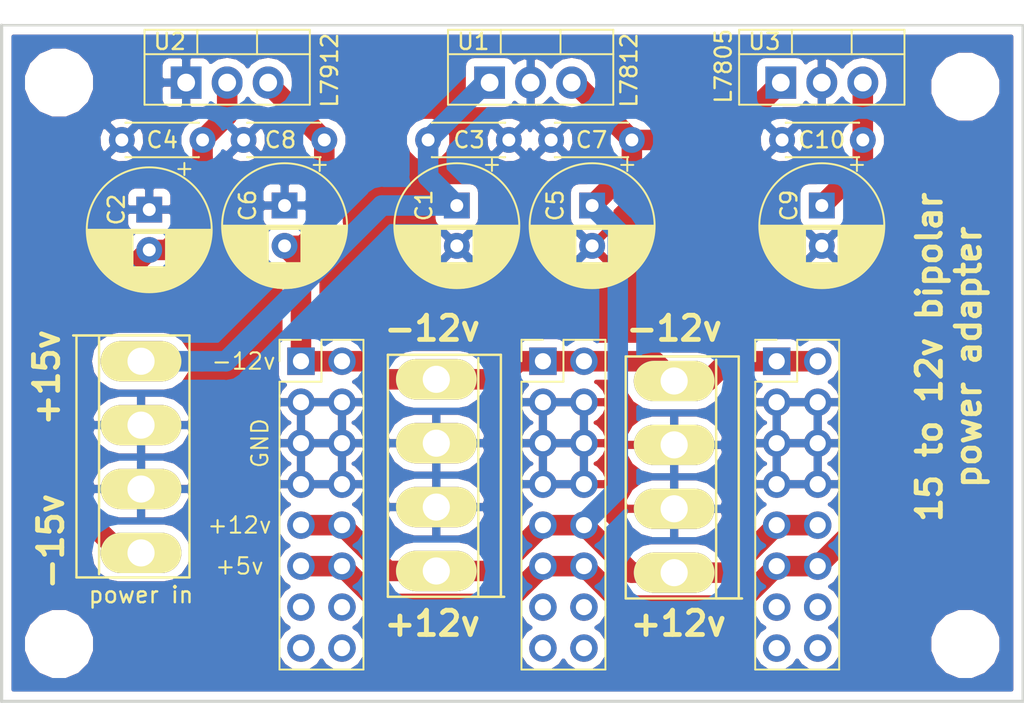
<source format=kicad_pcb>
(kicad_pcb (version 20171130) (host pcbnew 5.0.2-bee76a0~70~ubuntu18.04.1)
  (layers (0 F.Cu signal) (31 B.Cu signal) (34 B.Paste user) (35 F.Paste user) (36 B.SilkS user) (37 F.SilkS user) (38 B.Mask user) (39 F.Mask user) (44 Edge.Cuts user))
  (net 0 "")
  (net 1 +15V)
  (net 2 GND)
  (net 3 -15V)
  (net 4 +12V)
  (net 5 -12V)
  (net 6 +5V)
  (net 7 "Net-(J1-Pad16)")
  (net 8 "Net-(J1-Pad15)")
  (net 9 "Net-(J1-Pad14)")
  (net 10 "Net-(J1-Pad13)")
  (net 11 "Net-(J2-Pad13)")
  (net 12 "Net-(J2-Pad14)")
  (net 13 "Net-(J2-Pad15)")
  (net 14 "Net-(J2-Pad16)")
  (net 15 "Net-(J3-Pad13)")
  (net 16 "Net-(J3-Pad14)")
  (net 17 "Net-(J3-Pad15)")
  (net 18 "Net-(J3-Pad16)")
  (module MountingHole:MountingHole_3.2mm_M3 (layer F.Cu) (at 28.194 119.634)
    (fp_text reference REF** hide)
    (fp_text value MountingHole_3.2mm_M3 hide)
    (pad 1 np_thru_hole circle (at 0 0) (size 3.2 3.2) (drill 3.2) (layers *.Cu *.Mask))
  )
  (module MountingHole:MountingHole_3.2mm_M3 (layer F.Cu) (at 84.328 85.09)
    (fp_text reference REF** hide)
    (fp_text value MountingHole_3.2mm_M3 hide)
    (pad 1 np_thru_hole circle (at 0 0) (size 3.2 3.2) (drill 3.2) (layers *.Cu *.Mask))
  )
  (module MountingHole:MountingHole_3.2mm_M3 (layer F.Cu) (at 84.328 119.634)
    (fp_text reference REF** hide)
    (fp_text value MountingHole_3.2mm_M3 hide)
    (pad 1 np_thru_hole circle (at 0 0) (size 3.2 3.2) (drill 3.2) (layers *.Cu *.Mask))
  )
  (module Capacitor_THT:CP_Radial_D7.5mm_P2.50mm (layer F.Cu) (at 52.832 92.456 270)
    (fp_text reference C1 (at 0 2.032 270) (layer F.SilkS))
    (fp_text value CP hide)
    (pad 1 thru_hole rect (at 0 0 270) (size 1.6 1.6) (drill 0.8) (layers *.Cu *.Mask) (net 1 +15V))
    (pad 2 thru_hole circle (at 2.5 0 270) (size 1.6 1.6) (drill 0.8) (layers *.Cu *.Mask) (net 2 GND))
  )
  (module Capacitor_THT:CP_Radial_D7.5mm_P2.50mm (layer F.Cu) (at 33.782 92.71 270)
    (fp_text reference C2 (at 0 2.032 270) (layer F.SilkS))
    (fp_text value CP hide)
    (pad 2 thru_hole circle (at 2.5 0 270) (size 1.6 1.6) (drill 0.8) (layers *.Cu *.Mask) (net 3 -15V))
    (pad 1 thru_hole rect (at 0 0 270) (size 1.6 1.6) (drill 0.8) (layers *.Cu *.Mask) (net 2 GND))
  )
  (module Capacitor_THT:C_Disc_D4.3mm_W1.9mm_P5.00mm (layer F.Cu) (at 51.054 88.392)
    (fp_text reference C3 (at 2.54 0) (layer F.SilkS))
    (fp_text value C hide)
    (pad 1 thru_hole circle (at 0 0) (size 1.6 1.6) (drill 0.8) (layers *.Cu *.Mask) (net 1 +15V))
    (pad 2 thru_hole circle (at 5 0) (size 1.6 1.6) (drill 0.8) (layers *.Cu *.Mask) (net 2 GND))
  )
  (module Capacitor_THT:C_Disc_D4.3mm_W1.9mm_P5.00mm (layer F.Cu) (at 32.084 88.392)
    (fp_text reference C4 (at 2.5 0) (layer F.SilkS))
    (fp_text value C hide)
    (pad 2 thru_hole circle (at 5 0) (size 1.6 1.6) (drill 0.8) (layers *.Cu *.Mask) (net 3 -15V))
    (pad 1 thru_hole circle (at 0 0) (size 1.6 1.6) (drill 0.8) (layers *.Cu *.Mask) (net 2 GND))
  )
  (module Capacitor_THT:CP_Radial_D7.5mm_P2.50mm (layer F.Cu) (at 61.214 92.456 270)
    (fp_text reference C5 (at 0 2.286 270) (layer F.SilkS))
    (fp_text value CP)
    (pad 1 thru_hole rect (at 0 0 270) (size 1.6 1.6) (drill 0.8) (layers *.Cu *.Mask) (net 4 +12V))
    (pad 2 thru_hole circle (at 2.5 0 270) (size 1.6 1.6) (drill 0.8) (layers *.Cu *.Mask) (net 2 GND))
  )
  (module Capacitor_THT:CP_Radial_D7.5mm_P2.50mm (layer F.Cu) (at 42.164 92.456 270)
    (fp_text reference C6 (at 0 2.286 270) (layer F.SilkS))
    (fp_text value CP)
    (pad 1 thru_hole rect (at 0 0 270) (size 1.6 1.6) (drill 0.8) (layers *.Cu *.Mask) (net 2 GND))
    (pad 2 thru_hole circle (at 2.5 0 270) (size 1.6 1.6) (drill 0.8) (layers *.Cu *.Mask) (net 5 -12V))
  )
  (module Capacitor_THT:C_Disc_D4.3mm_W1.9mm_P5.00mm (layer F.Cu) (at 63.674 88.392 180)
    (fp_text reference C7 (at 2.5 0 180) (layer F.SilkS))
    (fp_text value C)
    (pad 1 thru_hole circle (at 0 0 180) (size 1.6 1.6) (drill 0.8) (layers *.Cu *.Mask) (net 4 +12V))
    (pad 2 thru_hole circle (at 5 0 180) (size 1.6 1.6) (drill 0.8) (layers *.Cu *.Mask) (net 2 GND))
  )
  (module Capacitor_THT:C_Disc_D4.3mm_W1.9mm_P5.00mm (layer F.Cu) (at 39.624 88.392)
    (fp_text reference C8 (at 2.286 0) (layer F.SilkS))
    (fp_text value C hide)
    (pad 2 thru_hole circle (at 5 0) (size 1.6 1.6) (drill 0.8) (layers *.Cu *.Mask) (net 5 -12V))
    (pad 1 thru_hole circle (at 0 0) (size 1.6 1.6) (drill 0.8) (layers *.Cu *.Mask) (net 2 GND))
  )
  (module Capacitor_THT:CP_Radial_D7.5mm_P2.50mm (layer F.Cu) (at 75.438 92.456 270)
    (fp_text reference C9 (at 0 2.032 270) (layer F.SilkS))
    (fp_text value CP)
    (pad 2 thru_hole circle (at 2.5 0 270) (size 1.6 1.6) (drill 0.8) (layers *.Cu *.Mask) (net 2 GND))
    (pad 1 thru_hole rect (at 0 0 270) (size 1.6 1.6) (drill 0.8) (layers *.Cu *.Mask) (net 6 +5V))
  )
  (module Capacitor_THT:C_Disc_D4.3mm_W1.9mm_P5.00mm (layer F.Cu) (at 77.978 88.392 180)
    (fp_text reference C10 (at 2.54 0 180) (layer F.SilkS))
    (fp_text value C)
    (pad 1 thru_hole circle (at 0 0 180) (size 1.6 1.6) (drill 0.8) (layers *.Cu *.Mask) (net 6 +5V))
    (pad 2 thru_hole circle (at 5 0 180) (size 1.6 1.6) (drill 0.8) (layers *.Cu *.Mask) (net 2 GND))
  )
  (module Connector_PinHeader_2.54mm:PinHeader_2x08_P2.54mm_Vertical (layer F.Cu) (at 43.18 102.108)
    (fp_text reference J1 hide)
    (fp_text value Conn_02x08_Odd_Even hide)
    (pad 16 thru_hole oval (at 2.54 17.78) (size 1.7 1.7) (drill 1) (layers *.Cu *.Mask) (net 7 "Net-(J1-Pad16)"))
    (pad 15 thru_hole oval (at 0 17.78) (size 1.7 1.7) (drill 1) (layers *.Cu *.Mask) (net 8 "Net-(J1-Pad15)"))
    (pad 14 thru_hole oval (at 2.54 15.24) (size 1.7 1.7) (drill 1) (layers *.Cu *.Mask) (net 9 "Net-(J1-Pad14)"))
    (pad 13 thru_hole oval (at 0 15.24) (size 1.7 1.7) (drill 1) (layers *.Cu *.Mask) (net 10 "Net-(J1-Pad13)"))
    (pad 12 thru_hole oval (at 2.54 12.7) (size 1.7 1.7) (drill 1) (layers *.Cu *.Mask) (net 6 +5V))
    (pad 11 thru_hole oval (at 0 12.7) (size 1.7 1.7) (drill 1) (layers *.Cu *.Mask) (net 6 +5V))
    (pad 10 thru_hole oval (at 2.54 10.16) (size 1.7 1.7) (drill 1) (layers *.Cu *.Mask) (net 4 +12V))
    (pad 9 thru_hole oval (at 0 10.16) (size 1.7 1.7) (drill 1) (layers *.Cu *.Mask) (net 4 +12V))
    (pad 8 thru_hole oval (at 2.54 7.62) (size 1.7 1.7) (drill 1) (layers *.Cu *.Mask) (net 2 GND))
    (pad 7 thru_hole oval (at 0 7.62) (size 1.7 1.7) (drill 1) (layers *.Cu *.Mask) (net 2 GND))
    (pad 6 thru_hole oval (at 2.54 5.08) (size 1.7 1.7) (drill 1) (layers *.Cu *.Mask) (net 2 GND))
    (pad 5 thru_hole oval (at 0 5.08) (size 1.7 1.7) (drill 1) (layers *.Cu *.Mask) (net 2 GND))
    (pad 4 thru_hole oval (at 2.54 2.54) (size 1.7 1.7) (drill 1) (layers *.Cu *.Mask) (net 2 GND))
    (pad 3 thru_hole oval (at 0 2.54) (size 1.7 1.7) (drill 1) (layers *.Cu *.Mask) (net 2 GND))
    (pad 2 thru_hole oval (at 2.54 0) (size 1.7 1.7) (drill 1) (layers *.Cu *.Mask) (net 5 -12V))
    (pad 1 thru_hole rect (at 0 0) (size 1.7 1.7) (drill 1) (layers *.Cu *.Mask) (net 5 -12V))
  )
  (module Connector_PinHeader_2.54mm:PinHeader_2x08_P2.54mm_Vertical (layer F.Cu) (at 58.166 102.108)
    (fp_text reference J2 hide)
    (fp_text value Conn_02x08_Odd_Even hide)
    (pad 1 thru_hole rect (at 0 0) (size 1.7 1.7) (drill 1) (layers *.Cu *.Mask) (net 5 -12V))
    (pad 2 thru_hole oval (at 2.54 0) (size 1.7 1.7) (drill 1) (layers *.Cu *.Mask) (net 5 -12V))
    (pad 3 thru_hole oval (at 0 2.54) (size 1.7 1.7) (drill 1) (layers *.Cu *.Mask) (net 2 GND))
    (pad 4 thru_hole oval (at 2.54 2.54) (size 1.7 1.7) (drill 1) (layers *.Cu *.Mask) (net 2 GND))
    (pad 5 thru_hole oval (at 0 5.08) (size 1.7 1.7) (drill 1) (layers *.Cu *.Mask) (net 2 GND))
    (pad 6 thru_hole oval (at 2.54 5.08) (size 1.7 1.7) (drill 1) (layers *.Cu *.Mask) (net 2 GND))
    (pad 7 thru_hole oval (at 0 7.62) (size 1.7 1.7) (drill 1) (layers *.Cu *.Mask) (net 2 GND))
    (pad 8 thru_hole oval (at 2.54 7.62) (size 1.7 1.7) (drill 1) (layers *.Cu *.Mask) (net 2 GND))
    (pad 9 thru_hole oval (at 0 10.16) (size 1.7 1.7) (drill 1) (layers *.Cu *.Mask) (net 4 +12V))
    (pad 10 thru_hole oval (at 2.54 10.16) (size 1.7 1.7) (drill 1) (layers *.Cu *.Mask) (net 4 +12V))
    (pad 11 thru_hole oval (at 0 12.7) (size 1.7 1.7) (drill 1) (layers *.Cu *.Mask) (net 6 +5V))
    (pad 12 thru_hole oval (at 2.54 12.7) (size 1.7 1.7) (drill 1) (layers *.Cu *.Mask) (net 6 +5V))
    (pad 13 thru_hole oval (at 0 15.24) (size 1.7 1.7) (drill 1) (layers *.Cu *.Mask) (net 11 "Net-(J2-Pad13)"))
    (pad 14 thru_hole oval (at 2.54 15.24) (size 1.7 1.7) (drill 1) (layers *.Cu *.Mask) (net 12 "Net-(J2-Pad14)"))
    (pad 15 thru_hole oval (at 0 17.78) (size 1.7 1.7) (drill 1) (layers *.Cu *.Mask) (net 13 "Net-(J2-Pad15)"))
    (pad 16 thru_hole oval (at 2.54 17.78) (size 1.7 1.7) (drill 1) (layers *.Cu *.Mask) (net 14 "Net-(J2-Pad16)"))
  )
  (module Connector_PinHeader_2.54mm:PinHeader_2x08_P2.54mm_Vertical (layer F.Cu) (at 72.644 102.108)
    (fp_text reference J3 hide)
    (fp_text value Conn_02x08_Odd_Even hide)
    (pad 16 thru_hole oval (at 2.54 17.78) (size 1.7 1.7) (drill 1) (layers *.Cu *.Mask) (net 18 "Net-(J3-Pad16)"))
    (pad 15 thru_hole oval (at 0 17.78) (size 1.7 1.7) (drill 1) (layers *.Cu *.Mask) (net 17 "Net-(J3-Pad15)"))
    (pad 14 thru_hole oval (at 2.54 15.24) (size 1.7 1.7) (drill 1) (layers *.Cu *.Mask) (net 16 "Net-(J3-Pad14)"))
    (pad 13 thru_hole oval (at 0 15.24) (size 1.7 1.7) (drill 1) (layers *.Cu *.Mask) (net 15 "Net-(J3-Pad13)"))
    (pad 12 thru_hole oval (at 2.54 12.7) (size 1.7 1.7) (drill 1) (layers *.Cu *.Mask) (net 6 +5V))
    (pad 11 thru_hole oval (at 0 12.7) (size 1.7 1.7) (drill 1) (layers *.Cu *.Mask) (net 6 +5V))
    (pad 10 thru_hole oval (at 2.54 10.16) (size 1.7 1.7) (drill 1) (layers *.Cu *.Mask) (net 4 +12V))
    (pad 9 thru_hole oval (at 0 10.16) (size 1.7 1.7) (drill 1) (layers *.Cu *.Mask) (net 4 +12V))
    (pad 8 thru_hole oval (at 2.54 7.62) (size 1.7 1.7) (drill 1) (layers *.Cu *.Mask) (net 2 GND))
    (pad 7 thru_hole oval (at 0 7.62) (size 1.7 1.7) (drill 1) (layers *.Cu *.Mask) (net 2 GND))
    (pad 6 thru_hole oval (at 2.54 5.08) (size 1.7 1.7) (drill 1) (layers *.Cu *.Mask) (net 2 GND))
    (pad 5 thru_hole oval (at 0 5.08) (size 1.7 1.7) (drill 1) (layers *.Cu *.Mask) (net 2 GND))
    (pad 4 thru_hole oval (at 2.54 2.54) (size 1.7 1.7) (drill 1) (layers *.Cu *.Mask) (net 2 GND))
    (pad 3 thru_hole oval (at 0 2.54) (size 1.7 1.7) (drill 1) (layers *.Cu *.Mask) (net 2 GND))
    (pad 2 thru_hole oval (at 2.54 0) (size 1.7 1.7) (drill 1) (layers *.Cu *.Mask) (net 5 -12V))
    (pad 1 thru_hole rect (at 0 0) (size 1.7 1.7) (drill 1) (layers *.Cu *.Mask) (net 5 -12V))
  )
  (module mta-156:MTA-156-4 (layer F.Cu) (at 33.274 102.108)
    (fp_text reference P1 (at 0 -5.1) (layer F.SilkS))
    (fp_text value "power in" (at 0 14.478) (layer F.SilkS))
    (pad 1 thru_hole oval (at 0 0) (size 5 2.5) (drill 1.68) (layers *.Cu *.Mask F.SilkS) (net 1 +15V))
    (pad 2 thru_hole oval (at 0 3.96) (size 5 2.5) (drill 1.68) (layers *.Cu *.Mask F.SilkS) (net 2 GND))
    (pad 3 thru_hole oval (at 0 7.92) (size 5 2.5) (drill 1.68) (layers *.Cu *.Mask F.SilkS) (net 2 GND))
    (pad 4 thru_hole oval (at 0 11.88) (size 5 2.5) (drill 1.68) (layers *.Cu *.Mask F.SilkS) (net 3 -15V))
  )
  (module mta-156:MTA-156-4 (layer F.Cu) (at 66.294 115.212 180)
    (fp_text reference P2 hide)
    (fp_text value 12 hide)
    (pad 4 thru_hole oval (at 0 11.88 180) (size 5 2.5) (drill 1.68) (layers *.Cu *.Mask F.SilkS) (net 5 -12V))
    (pad 3 thru_hole oval (at 0 7.92 180) (size 5 2.5) (drill 1.68) (layers *.Cu *.Mask F.SilkS) (net 2 GND))
    (pad 2 thru_hole oval (at 0 3.96 180) (size 5 2.5) (drill 1.68) (layers *.Cu *.Mask F.SilkS) (net 2 GND))
    (pad 1 thru_hole oval (at 0 0 180) (size 5 2.5) (drill 1.68) (layers *.Cu *.Mask F.SilkS) (net 4 +12V))
  )
  (module mta-156:MTA-156-4 (layer F.Cu) (at 51.562 115.108 180)
    (fp_text reference P3 hide)
    (fp_text value 12 hide)
    (pad 1 thru_hole oval (at 0 0 180) (size 5 2.5) (drill 1.68) (layers *.Cu *.Mask F.SilkS) (net 4 +12V))
    (pad 2 thru_hole oval (at 0 3.96 180) (size 5 2.5) (drill 1.68) (layers *.Cu *.Mask F.SilkS) (net 2 GND))
    (pad 3 thru_hole oval (at 0 7.92 180) (size 5 2.5) (drill 1.68) (layers *.Cu *.Mask F.SilkS) (net 2 GND))
    (pad 4 thru_hole oval (at 0 11.88 180) (size 5 2.5) (drill 1.68) (layers *.Cu *.Mask F.SilkS) (net 5 -12V))
  )
  (module Package_TO_SOT_THT:TO-220-3_Vertical (layer F.Cu) (at 54.864 84.836)
    (fp_text reference U1 (at -1.016 -2.54) (layer F.SilkS))
    (fp_text value L7812 (at 8.636 -0.762 90) (layer F.SilkS))
    (pad 1 thru_hole rect (at 0 0) (size 1.905 2) (drill 1.1) (layers *.Cu *.Mask) (net 1 +15V))
    (pad 2 thru_hole oval (at 2.54 0) (size 1.905 2) (drill 1.1) (layers *.Cu *.Mask) (net 2 GND))
    (pad 3 thru_hole oval (at 5.08 0) (size 1.905 2) (drill 1.1) (layers *.Cu *.Mask) (net 4 +12V))
  )
  (module Package_TO_SOT_THT:TO-220-3_Vertical (layer F.Cu) (at 36.068 84.836)
    (fp_text reference U2 (at -1.016 -2.54) (layer F.SilkS))
    (fp_text value L7912 (at 8.89 -0.762 90) (layer F.SilkS))
    (pad 3 thru_hole oval (at 5.08 0) (size 1.905 2) (drill 1.1) (layers *.Cu *.Mask) (net 5 -12V))
    (pad 2 thru_hole oval (at 2.54 0) (size 1.905 2) (drill 1.1) (layers *.Cu *.Mask) (net 3 -15V))
    (pad 1 thru_hole rect (at 0 0) (size 1.905 2) (drill 1.1) (layers *.Cu *.Mask) (net 2 GND))
  )
  (module Package_TO_SOT_THT:TO-220-3_Vertical (layer F.Cu) (at 72.898 84.836)
    (fp_text reference U3 (at -1.016 -2.54) (layer F.SilkS))
    (fp_text value L7805 (at -3.556 -1.016 90) (layer F.SilkS))
    (pad 1 thru_hole rect (at 0 0) (size 1.905 2) (drill 1.1) (layers *.Cu *.Mask) (net 4 +12V))
    (pad 2 thru_hole oval (at 2.54 0) (size 1.905 2) (drill 1.1) (layers *.Cu *.Mask) (net 2 GND))
    (pad 3 thru_hole oval (at 5.08 0) (size 1.905 2) (drill 1.1) (layers *.Cu *.Mask) (net 6 +5V))
  )
  (module MountingHole:MountingHole_3.2mm_M3 (layer F.Cu) (at 28.194 84.836)
    (fp_text reference REF** hide)
    (fp_text value MountingHole_3.2mm_M3 hide)
    (pad 1 np_thru_hole circle (at 0 0) (size 3.2 3.2) (drill 3.2) (layers *.Cu *.Mask))
  )
  (gr_text "15 to 12v bipolar\npower adapter" (at 83.312 101.854 90) (layer F.SilkS) (effects (font (size 1.5 1.5) (thickness 0.3))))
  (gr_text -15v (at 27.686 113.284 90) (layer F.SilkS) (effects (font (size 1.5 1.5) (thickness 0.3))))
  (gr_text +15v (at 27.432 103.124 90) (layer F.SilkS) (effects (font (size 1.5 1.5) (thickness 0.3))))
  (gr_text GND (at 40.64 107.188 90) (layer F.SilkS) (effects (font (size 1.016 1.016) (thickness 0.127))))
  (gr_text +5v (at 39.37 114.808) (layer F.SilkS) (effects (font (size 1.016 1.016) (thickness 0.127))))
  (gr_text +12v (at 39.37 112.268) (layer F.SilkS) (effects (font (size 1.016 1.016) (thickness 0.127))))
  (gr_text -12v (at 39.624 102.108) (layer F.SilkS) (effects (font (size 1.016 1.016) (thickness 0.127))))
  (gr_text +12v (at 66.548 118.364) (layer F.SilkS) (effects (font (size 1.5 1.5) (thickness 0.3))))
  (gr_text +12v (at 51.308 118.364) (layer F.SilkS) (effects (font (size 1.5 1.5) (thickness 0.3))))
  (gr_text -12v (at 66.294 100.076) (layer F.SilkS) (effects (font (size 1.5 1.5) (thickness 0.3))))
  (gr_text -12v (at 51.308 100.076) (layer F.SilkS) (effects (font (size 1.5 1.5) (thickness 0.3))))
  (gr_line (start 87.884 81.28) (end 24.638 81.28) (layer Edge.Cuts) (width 0.15))
  (gr_line (start 87.884 81.28) (end 87.884 123.19) (layer Edge.Cuts) (width 0.15))
  (gr_line (start 24.638 123.19) (end 87.884 123.19) (layer Edge.Cuts) (width 0.2))
  (gr_line (start 24.638 81.28) (end 24.638 123.19) (layer Edge.Cuts) (width 0.2))
  (segment (start 54.61 84.836) (end 51.054 88.392) (width 1.27) (layer B.Cu) (net 1))
  (segment (start 54.864 84.836) (end 54.61 84.836) (width 1.27) (layer B.Cu) (net 1))
  (segment (start 51.054 90.678) (end 52.832 92.456) (width 1.27) (layer B.Cu) (net 1))
  (segment (start 51.054 88.392) (end 51.054 90.678) (width 1.27) (layer B.Cu) (net 1))
  (segment (start 37.044 102.108) (end 33.274 102.108) (width 1.27) (layer B.Cu) (net 1))
  (segment (start 48.190678 92.456) (end 38.538678 102.108) (width 1.27) (layer B.Cu) (net 1))
  (segment (start 38.538678 102.108) (end 37.044 102.108) (width 1.27) (layer B.Cu) (net 1))
  (segment (start 52.832 92.456) (end 48.190678 92.456) (width 1.27) (layer B.Cu) (net 1))
  (segment (start 32.024 113.988) (end 28.194 110.158) (width 1.27) (layer F.Cu) (net 3))
  (segment (start 33.274 113.988) (end 32.024 113.988) (width 1.27) (layer F.Cu) (net 3))
  (segment (start 28.194 100.798) (end 33.782 95.21) (width 1.27) (layer F.Cu) (net 3))
  (segment (start 28.194 110.158) (end 28.194 100.798) (width 1.27) (layer F.Cu) (net 3))
  (segment (start 37.084 89.52337) (end 37.084 88.392) (width 1.27) (layer F.Cu) (net 3))
  (segment (start 37.084 93.03937) (end 37.084 89.52337) (width 1.27) (layer F.Cu) (net 3))
  (segment (start 34.91337 95.21) (end 37.084 93.03937) (width 1.27) (layer F.Cu) (net 3))
  (segment (start 33.782 95.21) (end 34.91337 95.21) (width 1.27) (layer F.Cu) (net 3))
  (segment (start 38.608 86.868) (end 37.084 88.392) (width 1.27) (layer F.Cu) (net 3))
  (segment (start 38.608 84.836) (end 38.608 86.868) (width 1.27) (layer F.Cu) (net 3))
  (segment (start 60.118 84.836) (end 63.674 88.392) (width 1.27) (layer F.Cu) (net 4))
  (segment (start 59.944 84.836) (end 60.118 84.836) (width 1.27) (layer F.Cu) (net 4))
  (segment (start 63.674 89.996) (end 61.214 92.456) (width 1.27) (layer F.Cu) (net 4))
  (segment (start 63.674 88.392) (end 63.674 89.996) (width 1.27) (layer F.Cu) (net 4))
  (segment (start 69.342 88.392) (end 72.898 84.836) (width 1.27) (layer F.Cu) (net 4))
  (segment (start 63.674 88.392) (end 69.342 88.392) (width 1.27) (layer F.Cu) (net 4))
  (segment (start 43.18 112.268) (end 45.72 112.268) (width 1.27) (layer F.Cu) (net 4))
  (segment (start 48.56 115.108) (end 51.562 115.108) (width 1.27) (layer F.Cu) (net 4))
  (segment (start 45.72 112.268) (end 48.56 115.108) (width 1.27) (layer F.Cu) (net 4))
  (segment (start 55.326 115.108) (end 58.166 112.268) (width 1.27) (layer F.Cu) (net 4))
  (segment (start 51.562 115.108) (end 55.326 115.108) (width 1.27) (layer F.Cu) (net 4))
  (segment (start 58.166 112.268) (end 60.706 112.268) (width 1.27) (layer F.Cu) (net 4))
  (segment (start 63.65 115.212) (end 66.294 115.212) (width 1.27) (layer F.Cu) (net 4))
  (segment (start 60.706 112.268) (end 63.65 115.212) (width 1.27) (layer F.Cu) (net 4))
  (segment (start 69.7 115.212) (end 72.644 112.268) (width 1.27) (layer F.Cu) (net 4))
  (segment (start 66.294 115.212) (end 69.7 115.212) (width 1.27) (layer F.Cu) (net 4))
  (segment (start 72.644 112.268) (end 75.184 112.268) (width 1.27) (layer F.Cu) (net 4))
  (segment (start 60.706 112.151354) (end 60.706 112.268) (width 1.27) (layer B.Cu) (net 4))
  (segment (start 62.801401 110.055953) (end 60.706 112.151354) (width 1.27) (layer B.Cu) (net 4))
  (segment (start 61.214 92.456) (end 62.801401 94.043401) (width 1.27) (layer B.Cu) (net 4))
  (segment (start 62.801401 94.043401) (end 62.801401 110.055953) (width 1.27) (layer B.Cu) (net 4))
  (segment (start 41.148 84.916) (end 44.624 88.392) (width 1.27) (layer F.Cu) (net 5))
  (segment (start 41.148 84.836) (end 41.148 84.916) (width 1.27) (layer F.Cu) (net 5))
  (segment (start 43.29537 94.956) (end 42.164 94.956) (width 1.27) (layer F.Cu) (net 5))
  (segment (start 44.624 93.62737) (end 43.29537 94.956) (width 1.27) (layer F.Cu) (net 5))
  (segment (start 44.624 88.392) (end 44.624 93.62737) (width 1.27) (layer F.Cu) (net 5))
  (segment (start 43.18 95.972) (end 42.164 94.956) (width 1.27) (layer F.Cu) (net 5))
  (segment (start 43.18 102.108) (end 43.18 95.972) (width 1.27) (layer F.Cu) (net 5))
  (segment (start 51.562 103.228) (end 48.364 103.228) (width 1.27) (layer F.Cu) (net 5))
  (segment (start 47.244 102.108) (end 43.18 102.108) (width 1.27) (layer F.Cu) (net 5))
  (segment (start 48.364 103.228) (end 47.244 102.108) (width 1.27) (layer F.Cu) (net 5))
  (segment (start 56.642 102.108) (end 58.166 102.108) (width 1.27) (layer F.Cu) (net 5))
  (segment (start 51.562 103.228) (end 55.522 103.228) (width 1.27) (layer F.Cu) (net 5))
  (segment (start 55.522 103.228) (end 56.642 102.108) (width 1.27) (layer F.Cu) (net 5))
  (segment (start 65.07 102.108) (end 66.294 103.332) (width 1.27) (layer F.Cu) (net 5))
  (segment (start 58.166 102.108) (end 65.07 102.108) (width 1.27) (layer F.Cu) (net 5))
  (segment (start 69.596 102.108) (end 75.184 102.108) (width 1.27) (layer F.Cu) (net 5))
  (segment (start 66.294 103.332) (end 68.372 103.332) (width 1.27) (layer F.Cu) (net 5))
  (segment (start 68.372 103.332) (end 69.596 102.108) (width 1.27) (layer F.Cu) (net 5))
  (segment (start 77.978 84.836) (end 77.978 88.392) (width 1.27) (layer F.Cu) (net 6))
  (segment (start 77.978 89.916) (end 75.438 92.456) (width 1.27) (layer F.Cu) (net 6))
  (segment (start 77.978 88.392) (end 77.978 89.916) (width 1.27) (layer F.Cu) (net 6))
  (segment (start 43.18 114.808) (end 45.72 114.808) (width 1.27) (layer F.Cu) (net 6))
  (segment (start 57.316001 115.657999) (end 58.166 114.808) (width 1.27) (layer F.Cu) (net 6))
  (segment (start 55.82859 117.14541) (end 57.316001 115.657999) (width 1.27) (layer F.Cu) (net 6))
  (segment (start 48.05741 117.14541) (end 55.82859 117.14541) (width 1.27) (layer F.Cu) (net 6))
  (segment (start 45.72 114.808) (end 48.05741 117.14541) (width 1.27) (layer F.Cu) (net 6))
  (segment (start 58.166 114.808) (end 60.706 114.808) (width 1.27) (layer F.Cu) (net 6))
  (segment (start 63.14741 117.24941) (end 70.20259 117.24941) (width 1.27) (layer F.Cu) (net 6))
  (segment (start 71.794001 115.657999) (end 72.644 114.808) (width 1.27) (layer F.Cu) (net 6))
  (segment (start 70.20259 117.24941) (end 71.794001 115.657999) (width 1.27) (layer F.Cu) (net 6))
  (segment (start 60.706 114.808) (end 63.14741 117.24941) (width 1.27) (layer F.Cu) (net 6))
  (segment (start 72.644 114.808) (end 75.184 114.808) (width 1.27) (layer F.Cu) (net 6))
  (segment (start 77.978 112.014) (end 77.978 88.392) (width 1.27) (layer F.Cu) (net 6))
  (segment (start 75.184 114.808) (end 77.978 112.014) (width 1.27) (layer F.Cu) (net 6))
  (zone (net 2) (net_name GND) (layer B.Cu) (connect_pads (clearance 0.508)) (min_thickness 0.254) (fill yes (arc_segments 16) (thermal_gap 0.508) (thermal_bridge_width 0.508))
    (polygon (pts (xy 87.884 81.28) (xy 24.638 81.28) (xy 24.638 123.19) (xy 87.884 123.19)))
  )
  (zone (net 2) (net_name GND) (layer F.Cu) (connect_pads (clearance 0.508)) (min_thickness 0.254) (fill yes (arc_segments 16) (thermal_gap 0.508) (thermal_bridge_width 0.508))
    (polygon (pts (xy 87.884 81.28) (xy 24.638 81.28) (xy 24.638 123.19) (xy 87.884 123.19)))
  )
)
</source>
